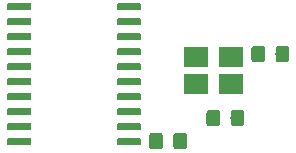
<source format=gbr>
G04 #@! TF.GenerationSoftware,KiCad,Pcbnew,5.1.2-f72e74a~84~ubuntu18.04.1*
G04 #@! TF.CreationDate,2019-06-19T15:11:19+07:00*
G04 #@! TF.ProjectId,serial_matrix_keyboard_shild,73657269-616c-45f6-9d61-747269785f6b,rev?*
G04 #@! TF.SameCoordinates,Original*
G04 #@! TF.FileFunction,Paste,Top*
G04 #@! TF.FilePolarity,Positive*
%FSLAX46Y46*%
G04 Gerber Fmt 4.6, Leading zero omitted, Abs format (unit mm)*
G04 Created by KiCad (PCBNEW 5.1.2-f72e74a~84~ubuntu18.04.1) date 2019-06-19 15:11:19*
%MOMM*%
%LPD*%
G04 APERTURE LIST*
%ADD10C,0.020000*%
%ADD11C,0.600000*%
%ADD12C,1.150000*%
%ADD13R,2.100000X1.800000*%
G04 APERTURE END LIST*
D10*
G36*
X208939703Y-101415722D02*
G01*
X208954264Y-101417882D01*
X208968543Y-101421459D01*
X208982403Y-101426418D01*
X208995710Y-101432712D01*
X209008336Y-101440280D01*
X209020159Y-101449048D01*
X209031066Y-101458934D01*
X209040952Y-101469841D01*
X209049720Y-101481664D01*
X209057288Y-101494290D01*
X209063582Y-101507597D01*
X209068541Y-101521457D01*
X209072118Y-101535736D01*
X209074278Y-101550297D01*
X209075000Y-101565000D01*
X209075000Y-101865000D01*
X209074278Y-101879703D01*
X209072118Y-101894264D01*
X209068541Y-101908543D01*
X209063582Y-101922403D01*
X209057288Y-101935710D01*
X209049720Y-101948336D01*
X209040952Y-101960159D01*
X209031066Y-101971066D01*
X209020159Y-101980952D01*
X209008336Y-101989720D01*
X208995710Y-101997288D01*
X208982403Y-102003582D01*
X208968543Y-102008541D01*
X208954264Y-102012118D01*
X208939703Y-102014278D01*
X208925000Y-102015000D01*
X207175000Y-102015000D01*
X207160297Y-102014278D01*
X207145736Y-102012118D01*
X207131457Y-102008541D01*
X207117597Y-102003582D01*
X207104290Y-101997288D01*
X207091664Y-101989720D01*
X207079841Y-101980952D01*
X207068934Y-101971066D01*
X207059048Y-101960159D01*
X207050280Y-101948336D01*
X207042712Y-101935710D01*
X207036418Y-101922403D01*
X207031459Y-101908543D01*
X207027882Y-101894264D01*
X207025722Y-101879703D01*
X207025000Y-101865000D01*
X207025000Y-101565000D01*
X207025722Y-101550297D01*
X207027882Y-101535736D01*
X207031459Y-101521457D01*
X207036418Y-101507597D01*
X207042712Y-101494290D01*
X207050280Y-101481664D01*
X207059048Y-101469841D01*
X207068934Y-101458934D01*
X207079841Y-101449048D01*
X207091664Y-101440280D01*
X207104290Y-101432712D01*
X207117597Y-101426418D01*
X207131457Y-101421459D01*
X207145736Y-101417882D01*
X207160297Y-101415722D01*
X207175000Y-101415000D01*
X208925000Y-101415000D01*
X208939703Y-101415722D01*
X208939703Y-101415722D01*
G37*
D11*
X208050000Y-101715000D03*
D10*
G36*
X208939703Y-100145722D02*
G01*
X208954264Y-100147882D01*
X208968543Y-100151459D01*
X208982403Y-100156418D01*
X208995710Y-100162712D01*
X209008336Y-100170280D01*
X209020159Y-100179048D01*
X209031066Y-100188934D01*
X209040952Y-100199841D01*
X209049720Y-100211664D01*
X209057288Y-100224290D01*
X209063582Y-100237597D01*
X209068541Y-100251457D01*
X209072118Y-100265736D01*
X209074278Y-100280297D01*
X209075000Y-100295000D01*
X209075000Y-100595000D01*
X209074278Y-100609703D01*
X209072118Y-100624264D01*
X209068541Y-100638543D01*
X209063582Y-100652403D01*
X209057288Y-100665710D01*
X209049720Y-100678336D01*
X209040952Y-100690159D01*
X209031066Y-100701066D01*
X209020159Y-100710952D01*
X209008336Y-100719720D01*
X208995710Y-100727288D01*
X208982403Y-100733582D01*
X208968543Y-100738541D01*
X208954264Y-100742118D01*
X208939703Y-100744278D01*
X208925000Y-100745000D01*
X207175000Y-100745000D01*
X207160297Y-100744278D01*
X207145736Y-100742118D01*
X207131457Y-100738541D01*
X207117597Y-100733582D01*
X207104290Y-100727288D01*
X207091664Y-100719720D01*
X207079841Y-100710952D01*
X207068934Y-100701066D01*
X207059048Y-100690159D01*
X207050280Y-100678336D01*
X207042712Y-100665710D01*
X207036418Y-100652403D01*
X207031459Y-100638543D01*
X207027882Y-100624264D01*
X207025722Y-100609703D01*
X207025000Y-100595000D01*
X207025000Y-100295000D01*
X207025722Y-100280297D01*
X207027882Y-100265736D01*
X207031459Y-100251457D01*
X207036418Y-100237597D01*
X207042712Y-100224290D01*
X207050280Y-100211664D01*
X207059048Y-100199841D01*
X207068934Y-100188934D01*
X207079841Y-100179048D01*
X207091664Y-100170280D01*
X207104290Y-100162712D01*
X207117597Y-100156418D01*
X207131457Y-100151459D01*
X207145736Y-100147882D01*
X207160297Y-100145722D01*
X207175000Y-100145000D01*
X208925000Y-100145000D01*
X208939703Y-100145722D01*
X208939703Y-100145722D01*
G37*
D11*
X208050000Y-100445000D03*
D10*
G36*
X208939703Y-98875722D02*
G01*
X208954264Y-98877882D01*
X208968543Y-98881459D01*
X208982403Y-98886418D01*
X208995710Y-98892712D01*
X209008336Y-98900280D01*
X209020159Y-98909048D01*
X209031066Y-98918934D01*
X209040952Y-98929841D01*
X209049720Y-98941664D01*
X209057288Y-98954290D01*
X209063582Y-98967597D01*
X209068541Y-98981457D01*
X209072118Y-98995736D01*
X209074278Y-99010297D01*
X209075000Y-99025000D01*
X209075000Y-99325000D01*
X209074278Y-99339703D01*
X209072118Y-99354264D01*
X209068541Y-99368543D01*
X209063582Y-99382403D01*
X209057288Y-99395710D01*
X209049720Y-99408336D01*
X209040952Y-99420159D01*
X209031066Y-99431066D01*
X209020159Y-99440952D01*
X209008336Y-99449720D01*
X208995710Y-99457288D01*
X208982403Y-99463582D01*
X208968543Y-99468541D01*
X208954264Y-99472118D01*
X208939703Y-99474278D01*
X208925000Y-99475000D01*
X207175000Y-99475000D01*
X207160297Y-99474278D01*
X207145736Y-99472118D01*
X207131457Y-99468541D01*
X207117597Y-99463582D01*
X207104290Y-99457288D01*
X207091664Y-99449720D01*
X207079841Y-99440952D01*
X207068934Y-99431066D01*
X207059048Y-99420159D01*
X207050280Y-99408336D01*
X207042712Y-99395710D01*
X207036418Y-99382403D01*
X207031459Y-99368543D01*
X207027882Y-99354264D01*
X207025722Y-99339703D01*
X207025000Y-99325000D01*
X207025000Y-99025000D01*
X207025722Y-99010297D01*
X207027882Y-98995736D01*
X207031459Y-98981457D01*
X207036418Y-98967597D01*
X207042712Y-98954290D01*
X207050280Y-98941664D01*
X207059048Y-98929841D01*
X207068934Y-98918934D01*
X207079841Y-98909048D01*
X207091664Y-98900280D01*
X207104290Y-98892712D01*
X207117597Y-98886418D01*
X207131457Y-98881459D01*
X207145736Y-98877882D01*
X207160297Y-98875722D01*
X207175000Y-98875000D01*
X208925000Y-98875000D01*
X208939703Y-98875722D01*
X208939703Y-98875722D01*
G37*
D11*
X208050000Y-99175000D03*
D10*
G36*
X208939703Y-97605722D02*
G01*
X208954264Y-97607882D01*
X208968543Y-97611459D01*
X208982403Y-97616418D01*
X208995710Y-97622712D01*
X209008336Y-97630280D01*
X209020159Y-97639048D01*
X209031066Y-97648934D01*
X209040952Y-97659841D01*
X209049720Y-97671664D01*
X209057288Y-97684290D01*
X209063582Y-97697597D01*
X209068541Y-97711457D01*
X209072118Y-97725736D01*
X209074278Y-97740297D01*
X209075000Y-97755000D01*
X209075000Y-98055000D01*
X209074278Y-98069703D01*
X209072118Y-98084264D01*
X209068541Y-98098543D01*
X209063582Y-98112403D01*
X209057288Y-98125710D01*
X209049720Y-98138336D01*
X209040952Y-98150159D01*
X209031066Y-98161066D01*
X209020159Y-98170952D01*
X209008336Y-98179720D01*
X208995710Y-98187288D01*
X208982403Y-98193582D01*
X208968543Y-98198541D01*
X208954264Y-98202118D01*
X208939703Y-98204278D01*
X208925000Y-98205000D01*
X207175000Y-98205000D01*
X207160297Y-98204278D01*
X207145736Y-98202118D01*
X207131457Y-98198541D01*
X207117597Y-98193582D01*
X207104290Y-98187288D01*
X207091664Y-98179720D01*
X207079841Y-98170952D01*
X207068934Y-98161066D01*
X207059048Y-98150159D01*
X207050280Y-98138336D01*
X207042712Y-98125710D01*
X207036418Y-98112403D01*
X207031459Y-98098543D01*
X207027882Y-98084264D01*
X207025722Y-98069703D01*
X207025000Y-98055000D01*
X207025000Y-97755000D01*
X207025722Y-97740297D01*
X207027882Y-97725736D01*
X207031459Y-97711457D01*
X207036418Y-97697597D01*
X207042712Y-97684290D01*
X207050280Y-97671664D01*
X207059048Y-97659841D01*
X207068934Y-97648934D01*
X207079841Y-97639048D01*
X207091664Y-97630280D01*
X207104290Y-97622712D01*
X207117597Y-97616418D01*
X207131457Y-97611459D01*
X207145736Y-97607882D01*
X207160297Y-97605722D01*
X207175000Y-97605000D01*
X208925000Y-97605000D01*
X208939703Y-97605722D01*
X208939703Y-97605722D01*
G37*
D11*
X208050000Y-97905000D03*
D10*
G36*
X208939703Y-96335722D02*
G01*
X208954264Y-96337882D01*
X208968543Y-96341459D01*
X208982403Y-96346418D01*
X208995710Y-96352712D01*
X209008336Y-96360280D01*
X209020159Y-96369048D01*
X209031066Y-96378934D01*
X209040952Y-96389841D01*
X209049720Y-96401664D01*
X209057288Y-96414290D01*
X209063582Y-96427597D01*
X209068541Y-96441457D01*
X209072118Y-96455736D01*
X209074278Y-96470297D01*
X209075000Y-96485000D01*
X209075000Y-96785000D01*
X209074278Y-96799703D01*
X209072118Y-96814264D01*
X209068541Y-96828543D01*
X209063582Y-96842403D01*
X209057288Y-96855710D01*
X209049720Y-96868336D01*
X209040952Y-96880159D01*
X209031066Y-96891066D01*
X209020159Y-96900952D01*
X209008336Y-96909720D01*
X208995710Y-96917288D01*
X208982403Y-96923582D01*
X208968543Y-96928541D01*
X208954264Y-96932118D01*
X208939703Y-96934278D01*
X208925000Y-96935000D01*
X207175000Y-96935000D01*
X207160297Y-96934278D01*
X207145736Y-96932118D01*
X207131457Y-96928541D01*
X207117597Y-96923582D01*
X207104290Y-96917288D01*
X207091664Y-96909720D01*
X207079841Y-96900952D01*
X207068934Y-96891066D01*
X207059048Y-96880159D01*
X207050280Y-96868336D01*
X207042712Y-96855710D01*
X207036418Y-96842403D01*
X207031459Y-96828543D01*
X207027882Y-96814264D01*
X207025722Y-96799703D01*
X207025000Y-96785000D01*
X207025000Y-96485000D01*
X207025722Y-96470297D01*
X207027882Y-96455736D01*
X207031459Y-96441457D01*
X207036418Y-96427597D01*
X207042712Y-96414290D01*
X207050280Y-96401664D01*
X207059048Y-96389841D01*
X207068934Y-96378934D01*
X207079841Y-96369048D01*
X207091664Y-96360280D01*
X207104290Y-96352712D01*
X207117597Y-96346418D01*
X207131457Y-96341459D01*
X207145736Y-96337882D01*
X207160297Y-96335722D01*
X207175000Y-96335000D01*
X208925000Y-96335000D01*
X208939703Y-96335722D01*
X208939703Y-96335722D01*
G37*
D11*
X208050000Y-96635000D03*
D10*
G36*
X208939703Y-95065722D02*
G01*
X208954264Y-95067882D01*
X208968543Y-95071459D01*
X208982403Y-95076418D01*
X208995710Y-95082712D01*
X209008336Y-95090280D01*
X209020159Y-95099048D01*
X209031066Y-95108934D01*
X209040952Y-95119841D01*
X209049720Y-95131664D01*
X209057288Y-95144290D01*
X209063582Y-95157597D01*
X209068541Y-95171457D01*
X209072118Y-95185736D01*
X209074278Y-95200297D01*
X209075000Y-95215000D01*
X209075000Y-95515000D01*
X209074278Y-95529703D01*
X209072118Y-95544264D01*
X209068541Y-95558543D01*
X209063582Y-95572403D01*
X209057288Y-95585710D01*
X209049720Y-95598336D01*
X209040952Y-95610159D01*
X209031066Y-95621066D01*
X209020159Y-95630952D01*
X209008336Y-95639720D01*
X208995710Y-95647288D01*
X208982403Y-95653582D01*
X208968543Y-95658541D01*
X208954264Y-95662118D01*
X208939703Y-95664278D01*
X208925000Y-95665000D01*
X207175000Y-95665000D01*
X207160297Y-95664278D01*
X207145736Y-95662118D01*
X207131457Y-95658541D01*
X207117597Y-95653582D01*
X207104290Y-95647288D01*
X207091664Y-95639720D01*
X207079841Y-95630952D01*
X207068934Y-95621066D01*
X207059048Y-95610159D01*
X207050280Y-95598336D01*
X207042712Y-95585710D01*
X207036418Y-95572403D01*
X207031459Y-95558543D01*
X207027882Y-95544264D01*
X207025722Y-95529703D01*
X207025000Y-95515000D01*
X207025000Y-95215000D01*
X207025722Y-95200297D01*
X207027882Y-95185736D01*
X207031459Y-95171457D01*
X207036418Y-95157597D01*
X207042712Y-95144290D01*
X207050280Y-95131664D01*
X207059048Y-95119841D01*
X207068934Y-95108934D01*
X207079841Y-95099048D01*
X207091664Y-95090280D01*
X207104290Y-95082712D01*
X207117597Y-95076418D01*
X207131457Y-95071459D01*
X207145736Y-95067882D01*
X207160297Y-95065722D01*
X207175000Y-95065000D01*
X208925000Y-95065000D01*
X208939703Y-95065722D01*
X208939703Y-95065722D01*
G37*
D11*
X208050000Y-95365000D03*
D10*
G36*
X208939703Y-93795722D02*
G01*
X208954264Y-93797882D01*
X208968543Y-93801459D01*
X208982403Y-93806418D01*
X208995710Y-93812712D01*
X209008336Y-93820280D01*
X209020159Y-93829048D01*
X209031066Y-93838934D01*
X209040952Y-93849841D01*
X209049720Y-93861664D01*
X209057288Y-93874290D01*
X209063582Y-93887597D01*
X209068541Y-93901457D01*
X209072118Y-93915736D01*
X209074278Y-93930297D01*
X209075000Y-93945000D01*
X209075000Y-94245000D01*
X209074278Y-94259703D01*
X209072118Y-94274264D01*
X209068541Y-94288543D01*
X209063582Y-94302403D01*
X209057288Y-94315710D01*
X209049720Y-94328336D01*
X209040952Y-94340159D01*
X209031066Y-94351066D01*
X209020159Y-94360952D01*
X209008336Y-94369720D01*
X208995710Y-94377288D01*
X208982403Y-94383582D01*
X208968543Y-94388541D01*
X208954264Y-94392118D01*
X208939703Y-94394278D01*
X208925000Y-94395000D01*
X207175000Y-94395000D01*
X207160297Y-94394278D01*
X207145736Y-94392118D01*
X207131457Y-94388541D01*
X207117597Y-94383582D01*
X207104290Y-94377288D01*
X207091664Y-94369720D01*
X207079841Y-94360952D01*
X207068934Y-94351066D01*
X207059048Y-94340159D01*
X207050280Y-94328336D01*
X207042712Y-94315710D01*
X207036418Y-94302403D01*
X207031459Y-94288543D01*
X207027882Y-94274264D01*
X207025722Y-94259703D01*
X207025000Y-94245000D01*
X207025000Y-93945000D01*
X207025722Y-93930297D01*
X207027882Y-93915736D01*
X207031459Y-93901457D01*
X207036418Y-93887597D01*
X207042712Y-93874290D01*
X207050280Y-93861664D01*
X207059048Y-93849841D01*
X207068934Y-93838934D01*
X207079841Y-93829048D01*
X207091664Y-93820280D01*
X207104290Y-93812712D01*
X207117597Y-93806418D01*
X207131457Y-93801459D01*
X207145736Y-93797882D01*
X207160297Y-93795722D01*
X207175000Y-93795000D01*
X208925000Y-93795000D01*
X208939703Y-93795722D01*
X208939703Y-93795722D01*
G37*
D11*
X208050000Y-94095000D03*
D10*
G36*
X208939703Y-92525722D02*
G01*
X208954264Y-92527882D01*
X208968543Y-92531459D01*
X208982403Y-92536418D01*
X208995710Y-92542712D01*
X209008336Y-92550280D01*
X209020159Y-92559048D01*
X209031066Y-92568934D01*
X209040952Y-92579841D01*
X209049720Y-92591664D01*
X209057288Y-92604290D01*
X209063582Y-92617597D01*
X209068541Y-92631457D01*
X209072118Y-92645736D01*
X209074278Y-92660297D01*
X209075000Y-92675000D01*
X209075000Y-92975000D01*
X209074278Y-92989703D01*
X209072118Y-93004264D01*
X209068541Y-93018543D01*
X209063582Y-93032403D01*
X209057288Y-93045710D01*
X209049720Y-93058336D01*
X209040952Y-93070159D01*
X209031066Y-93081066D01*
X209020159Y-93090952D01*
X209008336Y-93099720D01*
X208995710Y-93107288D01*
X208982403Y-93113582D01*
X208968543Y-93118541D01*
X208954264Y-93122118D01*
X208939703Y-93124278D01*
X208925000Y-93125000D01*
X207175000Y-93125000D01*
X207160297Y-93124278D01*
X207145736Y-93122118D01*
X207131457Y-93118541D01*
X207117597Y-93113582D01*
X207104290Y-93107288D01*
X207091664Y-93099720D01*
X207079841Y-93090952D01*
X207068934Y-93081066D01*
X207059048Y-93070159D01*
X207050280Y-93058336D01*
X207042712Y-93045710D01*
X207036418Y-93032403D01*
X207031459Y-93018543D01*
X207027882Y-93004264D01*
X207025722Y-92989703D01*
X207025000Y-92975000D01*
X207025000Y-92675000D01*
X207025722Y-92660297D01*
X207027882Y-92645736D01*
X207031459Y-92631457D01*
X207036418Y-92617597D01*
X207042712Y-92604290D01*
X207050280Y-92591664D01*
X207059048Y-92579841D01*
X207068934Y-92568934D01*
X207079841Y-92559048D01*
X207091664Y-92550280D01*
X207104290Y-92542712D01*
X207117597Y-92536418D01*
X207131457Y-92531459D01*
X207145736Y-92527882D01*
X207160297Y-92525722D01*
X207175000Y-92525000D01*
X208925000Y-92525000D01*
X208939703Y-92525722D01*
X208939703Y-92525722D01*
G37*
D11*
X208050000Y-92825000D03*
D10*
G36*
X208939703Y-91255722D02*
G01*
X208954264Y-91257882D01*
X208968543Y-91261459D01*
X208982403Y-91266418D01*
X208995710Y-91272712D01*
X209008336Y-91280280D01*
X209020159Y-91289048D01*
X209031066Y-91298934D01*
X209040952Y-91309841D01*
X209049720Y-91321664D01*
X209057288Y-91334290D01*
X209063582Y-91347597D01*
X209068541Y-91361457D01*
X209072118Y-91375736D01*
X209074278Y-91390297D01*
X209075000Y-91405000D01*
X209075000Y-91705000D01*
X209074278Y-91719703D01*
X209072118Y-91734264D01*
X209068541Y-91748543D01*
X209063582Y-91762403D01*
X209057288Y-91775710D01*
X209049720Y-91788336D01*
X209040952Y-91800159D01*
X209031066Y-91811066D01*
X209020159Y-91820952D01*
X209008336Y-91829720D01*
X208995710Y-91837288D01*
X208982403Y-91843582D01*
X208968543Y-91848541D01*
X208954264Y-91852118D01*
X208939703Y-91854278D01*
X208925000Y-91855000D01*
X207175000Y-91855000D01*
X207160297Y-91854278D01*
X207145736Y-91852118D01*
X207131457Y-91848541D01*
X207117597Y-91843582D01*
X207104290Y-91837288D01*
X207091664Y-91829720D01*
X207079841Y-91820952D01*
X207068934Y-91811066D01*
X207059048Y-91800159D01*
X207050280Y-91788336D01*
X207042712Y-91775710D01*
X207036418Y-91762403D01*
X207031459Y-91748543D01*
X207027882Y-91734264D01*
X207025722Y-91719703D01*
X207025000Y-91705000D01*
X207025000Y-91405000D01*
X207025722Y-91390297D01*
X207027882Y-91375736D01*
X207031459Y-91361457D01*
X207036418Y-91347597D01*
X207042712Y-91334290D01*
X207050280Y-91321664D01*
X207059048Y-91309841D01*
X207068934Y-91298934D01*
X207079841Y-91289048D01*
X207091664Y-91280280D01*
X207104290Y-91272712D01*
X207117597Y-91266418D01*
X207131457Y-91261459D01*
X207145736Y-91257882D01*
X207160297Y-91255722D01*
X207175000Y-91255000D01*
X208925000Y-91255000D01*
X208939703Y-91255722D01*
X208939703Y-91255722D01*
G37*
D11*
X208050000Y-91555000D03*
D10*
G36*
X208939703Y-89985722D02*
G01*
X208954264Y-89987882D01*
X208968543Y-89991459D01*
X208982403Y-89996418D01*
X208995710Y-90002712D01*
X209008336Y-90010280D01*
X209020159Y-90019048D01*
X209031066Y-90028934D01*
X209040952Y-90039841D01*
X209049720Y-90051664D01*
X209057288Y-90064290D01*
X209063582Y-90077597D01*
X209068541Y-90091457D01*
X209072118Y-90105736D01*
X209074278Y-90120297D01*
X209075000Y-90135000D01*
X209075000Y-90435000D01*
X209074278Y-90449703D01*
X209072118Y-90464264D01*
X209068541Y-90478543D01*
X209063582Y-90492403D01*
X209057288Y-90505710D01*
X209049720Y-90518336D01*
X209040952Y-90530159D01*
X209031066Y-90541066D01*
X209020159Y-90550952D01*
X209008336Y-90559720D01*
X208995710Y-90567288D01*
X208982403Y-90573582D01*
X208968543Y-90578541D01*
X208954264Y-90582118D01*
X208939703Y-90584278D01*
X208925000Y-90585000D01*
X207175000Y-90585000D01*
X207160297Y-90584278D01*
X207145736Y-90582118D01*
X207131457Y-90578541D01*
X207117597Y-90573582D01*
X207104290Y-90567288D01*
X207091664Y-90559720D01*
X207079841Y-90550952D01*
X207068934Y-90541066D01*
X207059048Y-90530159D01*
X207050280Y-90518336D01*
X207042712Y-90505710D01*
X207036418Y-90492403D01*
X207031459Y-90478543D01*
X207027882Y-90464264D01*
X207025722Y-90449703D01*
X207025000Y-90435000D01*
X207025000Y-90135000D01*
X207025722Y-90120297D01*
X207027882Y-90105736D01*
X207031459Y-90091457D01*
X207036418Y-90077597D01*
X207042712Y-90064290D01*
X207050280Y-90051664D01*
X207059048Y-90039841D01*
X207068934Y-90028934D01*
X207079841Y-90019048D01*
X207091664Y-90010280D01*
X207104290Y-90002712D01*
X207117597Y-89996418D01*
X207131457Y-89991459D01*
X207145736Y-89987882D01*
X207160297Y-89985722D01*
X207175000Y-89985000D01*
X208925000Y-89985000D01*
X208939703Y-89985722D01*
X208939703Y-89985722D01*
G37*
D11*
X208050000Y-90285000D03*
D10*
G36*
X199639703Y-89985722D02*
G01*
X199654264Y-89987882D01*
X199668543Y-89991459D01*
X199682403Y-89996418D01*
X199695710Y-90002712D01*
X199708336Y-90010280D01*
X199720159Y-90019048D01*
X199731066Y-90028934D01*
X199740952Y-90039841D01*
X199749720Y-90051664D01*
X199757288Y-90064290D01*
X199763582Y-90077597D01*
X199768541Y-90091457D01*
X199772118Y-90105736D01*
X199774278Y-90120297D01*
X199775000Y-90135000D01*
X199775000Y-90435000D01*
X199774278Y-90449703D01*
X199772118Y-90464264D01*
X199768541Y-90478543D01*
X199763582Y-90492403D01*
X199757288Y-90505710D01*
X199749720Y-90518336D01*
X199740952Y-90530159D01*
X199731066Y-90541066D01*
X199720159Y-90550952D01*
X199708336Y-90559720D01*
X199695710Y-90567288D01*
X199682403Y-90573582D01*
X199668543Y-90578541D01*
X199654264Y-90582118D01*
X199639703Y-90584278D01*
X199625000Y-90585000D01*
X197875000Y-90585000D01*
X197860297Y-90584278D01*
X197845736Y-90582118D01*
X197831457Y-90578541D01*
X197817597Y-90573582D01*
X197804290Y-90567288D01*
X197791664Y-90559720D01*
X197779841Y-90550952D01*
X197768934Y-90541066D01*
X197759048Y-90530159D01*
X197750280Y-90518336D01*
X197742712Y-90505710D01*
X197736418Y-90492403D01*
X197731459Y-90478543D01*
X197727882Y-90464264D01*
X197725722Y-90449703D01*
X197725000Y-90435000D01*
X197725000Y-90135000D01*
X197725722Y-90120297D01*
X197727882Y-90105736D01*
X197731459Y-90091457D01*
X197736418Y-90077597D01*
X197742712Y-90064290D01*
X197750280Y-90051664D01*
X197759048Y-90039841D01*
X197768934Y-90028934D01*
X197779841Y-90019048D01*
X197791664Y-90010280D01*
X197804290Y-90002712D01*
X197817597Y-89996418D01*
X197831457Y-89991459D01*
X197845736Y-89987882D01*
X197860297Y-89985722D01*
X197875000Y-89985000D01*
X199625000Y-89985000D01*
X199639703Y-89985722D01*
X199639703Y-89985722D01*
G37*
D11*
X198750000Y-90285000D03*
D10*
G36*
X199639703Y-91255722D02*
G01*
X199654264Y-91257882D01*
X199668543Y-91261459D01*
X199682403Y-91266418D01*
X199695710Y-91272712D01*
X199708336Y-91280280D01*
X199720159Y-91289048D01*
X199731066Y-91298934D01*
X199740952Y-91309841D01*
X199749720Y-91321664D01*
X199757288Y-91334290D01*
X199763582Y-91347597D01*
X199768541Y-91361457D01*
X199772118Y-91375736D01*
X199774278Y-91390297D01*
X199775000Y-91405000D01*
X199775000Y-91705000D01*
X199774278Y-91719703D01*
X199772118Y-91734264D01*
X199768541Y-91748543D01*
X199763582Y-91762403D01*
X199757288Y-91775710D01*
X199749720Y-91788336D01*
X199740952Y-91800159D01*
X199731066Y-91811066D01*
X199720159Y-91820952D01*
X199708336Y-91829720D01*
X199695710Y-91837288D01*
X199682403Y-91843582D01*
X199668543Y-91848541D01*
X199654264Y-91852118D01*
X199639703Y-91854278D01*
X199625000Y-91855000D01*
X197875000Y-91855000D01*
X197860297Y-91854278D01*
X197845736Y-91852118D01*
X197831457Y-91848541D01*
X197817597Y-91843582D01*
X197804290Y-91837288D01*
X197791664Y-91829720D01*
X197779841Y-91820952D01*
X197768934Y-91811066D01*
X197759048Y-91800159D01*
X197750280Y-91788336D01*
X197742712Y-91775710D01*
X197736418Y-91762403D01*
X197731459Y-91748543D01*
X197727882Y-91734264D01*
X197725722Y-91719703D01*
X197725000Y-91705000D01*
X197725000Y-91405000D01*
X197725722Y-91390297D01*
X197727882Y-91375736D01*
X197731459Y-91361457D01*
X197736418Y-91347597D01*
X197742712Y-91334290D01*
X197750280Y-91321664D01*
X197759048Y-91309841D01*
X197768934Y-91298934D01*
X197779841Y-91289048D01*
X197791664Y-91280280D01*
X197804290Y-91272712D01*
X197817597Y-91266418D01*
X197831457Y-91261459D01*
X197845736Y-91257882D01*
X197860297Y-91255722D01*
X197875000Y-91255000D01*
X199625000Y-91255000D01*
X199639703Y-91255722D01*
X199639703Y-91255722D01*
G37*
D11*
X198750000Y-91555000D03*
D10*
G36*
X199639703Y-92525722D02*
G01*
X199654264Y-92527882D01*
X199668543Y-92531459D01*
X199682403Y-92536418D01*
X199695710Y-92542712D01*
X199708336Y-92550280D01*
X199720159Y-92559048D01*
X199731066Y-92568934D01*
X199740952Y-92579841D01*
X199749720Y-92591664D01*
X199757288Y-92604290D01*
X199763582Y-92617597D01*
X199768541Y-92631457D01*
X199772118Y-92645736D01*
X199774278Y-92660297D01*
X199775000Y-92675000D01*
X199775000Y-92975000D01*
X199774278Y-92989703D01*
X199772118Y-93004264D01*
X199768541Y-93018543D01*
X199763582Y-93032403D01*
X199757288Y-93045710D01*
X199749720Y-93058336D01*
X199740952Y-93070159D01*
X199731066Y-93081066D01*
X199720159Y-93090952D01*
X199708336Y-93099720D01*
X199695710Y-93107288D01*
X199682403Y-93113582D01*
X199668543Y-93118541D01*
X199654264Y-93122118D01*
X199639703Y-93124278D01*
X199625000Y-93125000D01*
X197875000Y-93125000D01*
X197860297Y-93124278D01*
X197845736Y-93122118D01*
X197831457Y-93118541D01*
X197817597Y-93113582D01*
X197804290Y-93107288D01*
X197791664Y-93099720D01*
X197779841Y-93090952D01*
X197768934Y-93081066D01*
X197759048Y-93070159D01*
X197750280Y-93058336D01*
X197742712Y-93045710D01*
X197736418Y-93032403D01*
X197731459Y-93018543D01*
X197727882Y-93004264D01*
X197725722Y-92989703D01*
X197725000Y-92975000D01*
X197725000Y-92675000D01*
X197725722Y-92660297D01*
X197727882Y-92645736D01*
X197731459Y-92631457D01*
X197736418Y-92617597D01*
X197742712Y-92604290D01*
X197750280Y-92591664D01*
X197759048Y-92579841D01*
X197768934Y-92568934D01*
X197779841Y-92559048D01*
X197791664Y-92550280D01*
X197804290Y-92542712D01*
X197817597Y-92536418D01*
X197831457Y-92531459D01*
X197845736Y-92527882D01*
X197860297Y-92525722D01*
X197875000Y-92525000D01*
X199625000Y-92525000D01*
X199639703Y-92525722D01*
X199639703Y-92525722D01*
G37*
D11*
X198750000Y-92825000D03*
D10*
G36*
X199639703Y-93795722D02*
G01*
X199654264Y-93797882D01*
X199668543Y-93801459D01*
X199682403Y-93806418D01*
X199695710Y-93812712D01*
X199708336Y-93820280D01*
X199720159Y-93829048D01*
X199731066Y-93838934D01*
X199740952Y-93849841D01*
X199749720Y-93861664D01*
X199757288Y-93874290D01*
X199763582Y-93887597D01*
X199768541Y-93901457D01*
X199772118Y-93915736D01*
X199774278Y-93930297D01*
X199775000Y-93945000D01*
X199775000Y-94245000D01*
X199774278Y-94259703D01*
X199772118Y-94274264D01*
X199768541Y-94288543D01*
X199763582Y-94302403D01*
X199757288Y-94315710D01*
X199749720Y-94328336D01*
X199740952Y-94340159D01*
X199731066Y-94351066D01*
X199720159Y-94360952D01*
X199708336Y-94369720D01*
X199695710Y-94377288D01*
X199682403Y-94383582D01*
X199668543Y-94388541D01*
X199654264Y-94392118D01*
X199639703Y-94394278D01*
X199625000Y-94395000D01*
X197875000Y-94395000D01*
X197860297Y-94394278D01*
X197845736Y-94392118D01*
X197831457Y-94388541D01*
X197817597Y-94383582D01*
X197804290Y-94377288D01*
X197791664Y-94369720D01*
X197779841Y-94360952D01*
X197768934Y-94351066D01*
X197759048Y-94340159D01*
X197750280Y-94328336D01*
X197742712Y-94315710D01*
X197736418Y-94302403D01*
X197731459Y-94288543D01*
X197727882Y-94274264D01*
X197725722Y-94259703D01*
X197725000Y-94245000D01*
X197725000Y-93945000D01*
X197725722Y-93930297D01*
X197727882Y-93915736D01*
X197731459Y-93901457D01*
X197736418Y-93887597D01*
X197742712Y-93874290D01*
X197750280Y-93861664D01*
X197759048Y-93849841D01*
X197768934Y-93838934D01*
X197779841Y-93829048D01*
X197791664Y-93820280D01*
X197804290Y-93812712D01*
X197817597Y-93806418D01*
X197831457Y-93801459D01*
X197845736Y-93797882D01*
X197860297Y-93795722D01*
X197875000Y-93795000D01*
X199625000Y-93795000D01*
X199639703Y-93795722D01*
X199639703Y-93795722D01*
G37*
D11*
X198750000Y-94095000D03*
D10*
G36*
X199639703Y-95065722D02*
G01*
X199654264Y-95067882D01*
X199668543Y-95071459D01*
X199682403Y-95076418D01*
X199695710Y-95082712D01*
X199708336Y-95090280D01*
X199720159Y-95099048D01*
X199731066Y-95108934D01*
X199740952Y-95119841D01*
X199749720Y-95131664D01*
X199757288Y-95144290D01*
X199763582Y-95157597D01*
X199768541Y-95171457D01*
X199772118Y-95185736D01*
X199774278Y-95200297D01*
X199775000Y-95215000D01*
X199775000Y-95515000D01*
X199774278Y-95529703D01*
X199772118Y-95544264D01*
X199768541Y-95558543D01*
X199763582Y-95572403D01*
X199757288Y-95585710D01*
X199749720Y-95598336D01*
X199740952Y-95610159D01*
X199731066Y-95621066D01*
X199720159Y-95630952D01*
X199708336Y-95639720D01*
X199695710Y-95647288D01*
X199682403Y-95653582D01*
X199668543Y-95658541D01*
X199654264Y-95662118D01*
X199639703Y-95664278D01*
X199625000Y-95665000D01*
X197875000Y-95665000D01*
X197860297Y-95664278D01*
X197845736Y-95662118D01*
X197831457Y-95658541D01*
X197817597Y-95653582D01*
X197804290Y-95647288D01*
X197791664Y-95639720D01*
X197779841Y-95630952D01*
X197768934Y-95621066D01*
X197759048Y-95610159D01*
X197750280Y-95598336D01*
X197742712Y-95585710D01*
X197736418Y-95572403D01*
X197731459Y-95558543D01*
X197727882Y-95544264D01*
X197725722Y-95529703D01*
X197725000Y-95515000D01*
X197725000Y-95215000D01*
X197725722Y-95200297D01*
X197727882Y-95185736D01*
X197731459Y-95171457D01*
X197736418Y-95157597D01*
X197742712Y-95144290D01*
X197750280Y-95131664D01*
X197759048Y-95119841D01*
X197768934Y-95108934D01*
X197779841Y-95099048D01*
X197791664Y-95090280D01*
X197804290Y-95082712D01*
X197817597Y-95076418D01*
X197831457Y-95071459D01*
X197845736Y-95067882D01*
X197860297Y-95065722D01*
X197875000Y-95065000D01*
X199625000Y-95065000D01*
X199639703Y-95065722D01*
X199639703Y-95065722D01*
G37*
D11*
X198750000Y-95365000D03*
D10*
G36*
X199639703Y-96335722D02*
G01*
X199654264Y-96337882D01*
X199668543Y-96341459D01*
X199682403Y-96346418D01*
X199695710Y-96352712D01*
X199708336Y-96360280D01*
X199720159Y-96369048D01*
X199731066Y-96378934D01*
X199740952Y-96389841D01*
X199749720Y-96401664D01*
X199757288Y-96414290D01*
X199763582Y-96427597D01*
X199768541Y-96441457D01*
X199772118Y-96455736D01*
X199774278Y-96470297D01*
X199775000Y-96485000D01*
X199775000Y-96785000D01*
X199774278Y-96799703D01*
X199772118Y-96814264D01*
X199768541Y-96828543D01*
X199763582Y-96842403D01*
X199757288Y-96855710D01*
X199749720Y-96868336D01*
X199740952Y-96880159D01*
X199731066Y-96891066D01*
X199720159Y-96900952D01*
X199708336Y-96909720D01*
X199695710Y-96917288D01*
X199682403Y-96923582D01*
X199668543Y-96928541D01*
X199654264Y-96932118D01*
X199639703Y-96934278D01*
X199625000Y-96935000D01*
X197875000Y-96935000D01*
X197860297Y-96934278D01*
X197845736Y-96932118D01*
X197831457Y-96928541D01*
X197817597Y-96923582D01*
X197804290Y-96917288D01*
X197791664Y-96909720D01*
X197779841Y-96900952D01*
X197768934Y-96891066D01*
X197759048Y-96880159D01*
X197750280Y-96868336D01*
X197742712Y-96855710D01*
X197736418Y-96842403D01*
X197731459Y-96828543D01*
X197727882Y-96814264D01*
X197725722Y-96799703D01*
X197725000Y-96785000D01*
X197725000Y-96485000D01*
X197725722Y-96470297D01*
X197727882Y-96455736D01*
X197731459Y-96441457D01*
X197736418Y-96427597D01*
X197742712Y-96414290D01*
X197750280Y-96401664D01*
X197759048Y-96389841D01*
X197768934Y-96378934D01*
X197779841Y-96369048D01*
X197791664Y-96360280D01*
X197804290Y-96352712D01*
X197817597Y-96346418D01*
X197831457Y-96341459D01*
X197845736Y-96337882D01*
X197860297Y-96335722D01*
X197875000Y-96335000D01*
X199625000Y-96335000D01*
X199639703Y-96335722D01*
X199639703Y-96335722D01*
G37*
D11*
X198750000Y-96635000D03*
D10*
G36*
X199639703Y-97605722D02*
G01*
X199654264Y-97607882D01*
X199668543Y-97611459D01*
X199682403Y-97616418D01*
X199695710Y-97622712D01*
X199708336Y-97630280D01*
X199720159Y-97639048D01*
X199731066Y-97648934D01*
X199740952Y-97659841D01*
X199749720Y-97671664D01*
X199757288Y-97684290D01*
X199763582Y-97697597D01*
X199768541Y-97711457D01*
X199772118Y-97725736D01*
X199774278Y-97740297D01*
X199775000Y-97755000D01*
X199775000Y-98055000D01*
X199774278Y-98069703D01*
X199772118Y-98084264D01*
X199768541Y-98098543D01*
X199763582Y-98112403D01*
X199757288Y-98125710D01*
X199749720Y-98138336D01*
X199740952Y-98150159D01*
X199731066Y-98161066D01*
X199720159Y-98170952D01*
X199708336Y-98179720D01*
X199695710Y-98187288D01*
X199682403Y-98193582D01*
X199668543Y-98198541D01*
X199654264Y-98202118D01*
X199639703Y-98204278D01*
X199625000Y-98205000D01*
X197875000Y-98205000D01*
X197860297Y-98204278D01*
X197845736Y-98202118D01*
X197831457Y-98198541D01*
X197817597Y-98193582D01*
X197804290Y-98187288D01*
X197791664Y-98179720D01*
X197779841Y-98170952D01*
X197768934Y-98161066D01*
X197759048Y-98150159D01*
X197750280Y-98138336D01*
X197742712Y-98125710D01*
X197736418Y-98112403D01*
X197731459Y-98098543D01*
X197727882Y-98084264D01*
X197725722Y-98069703D01*
X197725000Y-98055000D01*
X197725000Y-97755000D01*
X197725722Y-97740297D01*
X197727882Y-97725736D01*
X197731459Y-97711457D01*
X197736418Y-97697597D01*
X197742712Y-97684290D01*
X197750280Y-97671664D01*
X197759048Y-97659841D01*
X197768934Y-97648934D01*
X197779841Y-97639048D01*
X197791664Y-97630280D01*
X197804290Y-97622712D01*
X197817597Y-97616418D01*
X197831457Y-97611459D01*
X197845736Y-97607882D01*
X197860297Y-97605722D01*
X197875000Y-97605000D01*
X199625000Y-97605000D01*
X199639703Y-97605722D01*
X199639703Y-97605722D01*
G37*
D11*
X198750000Y-97905000D03*
D10*
G36*
X199639703Y-98875722D02*
G01*
X199654264Y-98877882D01*
X199668543Y-98881459D01*
X199682403Y-98886418D01*
X199695710Y-98892712D01*
X199708336Y-98900280D01*
X199720159Y-98909048D01*
X199731066Y-98918934D01*
X199740952Y-98929841D01*
X199749720Y-98941664D01*
X199757288Y-98954290D01*
X199763582Y-98967597D01*
X199768541Y-98981457D01*
X199772118Y-98995736D01*
X199774278Y-99010297D01*
X199775000Y-99025000D01*
X199775000Y-99325000D01*
X199774278Y-99339703D01*
X199772118Y-99354264D01*
X199768541Y-99368543D01*
X199763582Y-99382403D01*
X199757288Y-99395710D01*
X199749720Y-99408336D01*
X199740952Y-99420159D01*
X199731066Y-99431066D01*
X199720159Y-99440952D01*
X199708336Y-99449720D01*
X199695710Y-99457288D01*
X199682403Y-99463582D01*
X199668543Y-99468541D01*
X199654264Y-99472118D01*
X199639703Y-99474278D01*
X199625000Y-99475000D01*
X197875000Y-99475000D01*
X197860297Y-99474278D01*
X197845736Y-99472118D01*
X197831457Y-99468541D01*
X197817597Y-99463582D01*
X197804290Y-99457288D01*
X197791664Y-99449720D01*
X197779841Y-99440952D01*
X197768934Y-99431066D01*
X197759048Y-99420159D01*
X197750280Y-99408336D01*
X197742712Y-99395710D01*
X197736418Y-99382403D01*
X197731459Y-99368543D01*
X197727882Y-99354264D01*
X197725722Y-99339703D01*
X197725000Y-99325000D01*
X197725000Y-99025000D01*
X197725722Y-99010297D01*
X197727882Y-98995736D01*
X197731459Y-98981457D01*
X197736418Y-98967597D01*
X197742712Y-98954290D01*
X197750280Y-98941664D01*
X197759048Y-98929841D01*
X197768934Y-98918934D01*
X197779841Y-98909048D01*
X197791664Y-98900280D01*
X197804290Y-98892712D01*
X197817597Y-98886418D01*
X197831457Y-98881459D01*
X197845736Y-98877882D01*
X197860297Y-98875722D01*
X197875000Y-98875000D01*
X199625000Y-98875000D01*
X199639703Y-98875722D01*
X199639703Y-98875722D01*
G37*
D11*
X198750000Y-99175000D03*
D10*
G36*
X199639703Y-100145722D02*
G01*
X199654264Y-100147882D01*
X199668543Y-100151459D01*
X199682403Y-100156418D01*
X199695710Y-100162712D01*
X199708336Y-100170280D01*
X199720159Y-100179048D01*
X199731066Y-100188934D01*
X199740952Y-100199841D01*
X199749720Y-100211664D01*
X199757288Y-100224290D01*
X199763582Y-100237597D01*
X199768541Y-100251457D01*
X199772118Y-100265736D01*
X199774278Y-100280297D01*
X199775000Y-100295000D01*
X199775000Y-100595000D01*
X199774278Y-100609703D01*
X199772118Y-100624264D01*
X199768541Y-100638543D01*
X199763582Y-100652403D01*
X199757288Y-100665710D01*
X199749720Y-100678336D01*
X199740952Y-100690159D01*
X199731066Y-100701066D01*
X199720159Y-100710952D01*
X199708336Y-100719720D01*
X199695710Y-100727288D01*
X199682403Y-100733582D01*
X199668543Y-100738541D01*
X199654264Y-100742118D01*
X199639703Y-100744278D01*
X199625000Y-100745000D01*
X197875000Y-100745000D01*
X197860297Y-100744278D01*
X197845736Y-100742118D01*
X197831457Y-100738541D01*
X197817597Y-100733582D01*
X197804290Y-100727288D01*
X197791664Y-100719720D01*
X197779841Y-100710952D01*
X197768934Y-100701066D01*
X197759048Y-100690159D01*
X197750280Y-100678336D01*
X197742712Y-100665710D01*
X197736418Y-100652403D01*
X197731459Y-100638543D01*
X197727882Y-100624264D01*
X197725722Y-100609703D01*
X197725000Y-100595000D01*
X197725000Y-100295000D01*
X197725722Y-100280297D01*
X197727882Y-100265736D01*
X197731459Y-100251457D01*
X197736418Y-100237597D01*
X197742712Y-100224290D01*
X197750280Y-100211664D01*
X197759048Y-100199841D01*
X197768934Y-100188934D01*
X197779841Y-100179048D01*
X197791664Y-100170280D01*
X197804290Y-100162712D01*
X197817597Y-100156418D01*
X197831457Y-100151459D01*
X197845736Y-100147882D01*
X197860297Y-100145722D01*
X197875000Y-100145000D01*
X199625000Y-100145000D01*
X199639703Y-100145722D01*
X199639703Y-100145722D01*
G37*
D11*
X198750000Y-100445000D03*
D10*
G36*
X199639703Y-101415722D02*
G01*
X199654264Y-101417882D01*
X199668543Y-101421459D01*
X199682403Y-101426418D01*
X199695710Y-101432712D01*
X199708336Y-101440280D01*
X199720159Y-101449048D01*
X199731066Y-101458934D01*
X199740952Y-101469841D01*
X199749720Y-101481664D01*
X199757288Y-101494290D01*
X199763582Y-101507597D01*
X199768541Y-101521457D01*
X199772118Y-101535736D01*
X199774278Y-101550297D01*
X199775000Y-101565000D01*
X199775000Y-101865000D01*
X199774278Y-101879703D01*
X199772118Y-101894264D01*
X199768541Y-101908543D01*
X199763582Y-101922403D01*
X199757288Y-101935710D01*
X199749720Y-101948336D01*
X199740952Y-101960159D01*
X199731066Y-101971066D01*
X199720159Y-101980952D01*
X199708336Y-101989720D01*
X199695710Y-101997288D01*
X199682403Y-102003582D01*
X199668543Y-102008541D01*
X199654264Y-102012118D01*
X199639703Y-102014278D01*
X199625000Y-102015000D01*
X197875000Y-102015000D01*
X197860297Y-102014278D01*
X197845736Y-102012118D01*
X197831457Y-102008541D01*
X197817597Y-102003582D01*
X197804290Y-101997288D01*
X197791664Y-101989720D01*
X197779841Y-101980952D01*
X197768934Y-101971066D01*
X197759048Y-101960159D01*
X197750280Y-101948336D01*
X197742712Y-101935710D01*
X197736418Y-101922403D01*
X197731459Y-101908543D01*
X197727882Y-101894264D01*
X197725722Y-101879703D01*
X197725000Y-101865000D01*
X197725000Y-101565000D01*
X197725722Y-101550297D01*
X197727882Y-101535736D01*
X197731459Y-101521457D01*
X197736418Y-101507597D01*
X197742712Y-101494290D01*
X197750280Y-101481664D01*
X197759048Y-101469841D01*
X197768934Y-101458934D01*
X197779841Y-101449048D01*
X197791664Y-101440280D01*
X197804290Y-101432712D01*
X197817597Y-101426418D01*
X197831457Y-101421459D01*
X197845736Y-101417882D01*
X197860297Y-101415722D01*
X197875000Y-101415000D01*
X199625000Y-101415000D01*
X199639703Y-101415722D01*
X199639703Y-101415722D01*
G37*
D11*
X198750000Y-101715000D03*
D10*
G36*
X212724505Y-100951204D02*
G01*
X212748773Y-100954804D01*
X212772572Y-100960765D01*
X212795671Y-100969030D01*
X212817850Y-100979520D01*
X212838893Y-100992132D01*
X212858599Y-101006747D01*
X212876777Y-101023223D01*
X212893253Y-101041401D01*
X212907868Y-101061107D01*
X212920480Y-101082150D01*
X212930970Y-101104329D01*
X212939235Y-101127428D01*
X212945196Y-101151227D01*
X212948796Y-101175495D01*
X212950000Y-101199999D01*
X212950000Y-102100001D01*
X212948796Y-102124505D01*
X212945196Y-102148773D01*
X212939235Y-102172572D01*
X212930970Y-102195671D01*
X212920480Y-102217850D01*
X212907868Y-102238893D01*
X212893253Y-102258599D01*
X212876777Y-102276777D01*
X212858599Y-102293253D01*
X212838893Y-102307868D01*
X212817850Y-102320480D01*
X212795671Y-102330970D01*
X212772572Y-102339235D01*
X212748773Y-102345196D01*
X212724505Y-102348796D01*
X212700001Y-102350000D01*
X212049999Y-102350000D01*
X212025495Y-102348796D01*
X212001227Y-102345196D01*
X211977428Y-102339235D01*
X211954329Y-102330970D01*
X211932150Y-102320480D01*
X211911107Y-102307868D01*
X211891401Y-102293253D01*
X211873223Y-102276777D01*
X211856747Y-102258599D01*
X211842132Y-102238893D01*
X211829520Y-102217850D01*
X211819030Y-102195671D01*
X211810765Y-102172572D01*
X211804804Y-102148773D01*
X211801204Y-102124505D01*
X211800000Y-102100001D01*
X211800000Y-101199999D01*
X211801204Y-101175495D01*
X211804804Y-101151227D01*
X211810765Y-101127428D01*
X211819030Y-101104329D01*
X211829520Y-101082150D01*
X211842132Y-101061107D01*
X211856747Y-101041401D01*
X211873223Y-101023223D01*
X211891401Y-101006747D01*
X211911107Y-100992132D01*
X211932150Y-100979520D01*
X211954329Y-100969030D01*
X211977428Y-100960765D01*
X212001227Y-100954804D01*
X212025495Y-100951204D01*
X212049999Y-100950000D01*
X212700001Y-100950000D01*
X212724505Y-100951204D01*
X212724505Y-100951204D01*
G37*
D12*
X212375000Y-101650000D03*
D10*
G36*
X210674505Y-100951204D02*
G01*
X210698773Y-100954804D01*
X210722572Y-100960765D01*
X210745671Y-100969030D01*
X210767850Y-100979520D01*
X210788893Y-100992132D01*
X210808599Y-101006747D01*
X210826777Y-101023223D01*
X210843253Y-101041401D01*
X210857868Y-101061107D01*
X210870480Y-101082150D01*
X210880970Y-101104329D01*
X210889235Y-101127428D01*
X210895196Y-101151227D01*
X210898796Y-101175495D01*
X210900000Y-101199999D01*
X210900000Y-102100001D01*
X210898796Y-102124505D01*
X210895196Y-102148773D01*
X210889235Y-102172572D01*
X210880970Y-102195671D01*
X210870480Y-102217850D01*
X210857868Y-102238893D01*
X210843253Y-102258599D01*
X210826777Y-102276777D01*
X210808599Y-102293253D01*
X210788893Y-102307868D01*
X210767850Y-102320480D01*
X210745671Y-102330970D01*
X210722572Y-102339235D01*
X210698773Y-102345196D01*
X210674505Y-102348796D01*
X210650001Y-102350000D01*
X209999999Y-102350000D01*
X209975495Y-102348796D01*
X209951227Y-102345196D01*
X209927428Y-102339235D01*
X209904329Y-102330970D01*
X209882150Y-102320480D01*
X209861107Y-102307868D01*
X209841401Y-102293253D01*
X209823223Y-102276777D01*
X209806747Y-102258599D01*
X209792132Y-102238893D01*
X209779520Y-102217850D01*
X209769030Y-102195671D01*
X209760765Y-102172572D01*
X209754804Y-102148773D01*
X209751204Y-102124505D01*
X209750000Y-102100001D01*
X209750000Y-101199999D01*
X209751204Y-101175495D01*
X209754804Y-101151227D01*
X209760765Y-101127428D01*
X209769030Y-101104329D01*
X209779520Y-101082150D01*
X209792132Y-101061107D01*
X209806747Y-101041401D01*
X209823223Y-101023223D01*
X209841401Y-101006747D01*
X209861107Y-100992132D01*
X209882150Y-100979520D01*
X209904329Y-100969030D01*
X209927428Y-100960765D01*
X209951227Y-100954804D01*
X209975495Y-100951204D01*
X209999999Y-100950000D01*
X210650001Y-100950000D01*
X210674505Y-100951204D01*
X210674505Y-100951204D01*
G37*
D12*
X210325000Y-101650000D03*
D10*
G36*
X219324505Y-93601204D02*
G01*
X219348773Y-93604804D01*
X219372572Y-93610765D01*
X219395671Y-93619030D01*
X219417850Y-93629520D01*
X219438893Y-93642132D01*
X219458599Y-93656747D01*
X219476777Y-93673223D01*
X219493253Y-93691401D01*
X219507868Y-93711107D01*
X219520480Y-93732150D01*
X219530970Y-93754329D01*
X219539235Y-93777428D01*
X219545196Y-93801227D01*
X219548796Y-93825495D01*
X219550000Y-93849999D01*
X219550000Y-94750001D01*
X219548796Y-94774505D01*
X219545196Y-94798773D01*
X219539235Y-94822572D01*
X219530970Y-94845671D01*
X219520480Y-94867850D01*
X219507868Y-94888893D01*
X219493253Y-94908599D01*
X219476777Y-94926777D01*
X219458599Y-94943253D01*
X219438893Y-94957868D01*
X219417850Y-94970480D01*
X219395671Y-94980970D01*
X219372572Y-94989235D01*
X219348773Y-94995196D01*
X219324505Y-94998796D01*
X219300001Y-95000000D01*
X218649999Y-95000000D01*
X218625495Y-94998796D01*
X218601227Y-94995196D01*
X218577428Y-94989235D01*
X218554329Y-94980970D01*
X218532150Y-94970480D01*
X218511107Y-94957868D01*
X218491401Y-94943253D01*
X218473223Y-94926777D01*
X218456747Y-94908599D01*
X218442132Y-94888893D01*
X218429520Y-94867850D01*
X218419030Y-94845671D01*
X218410765Y-94822572D01*
X218404804Y-94798773D01*
X218401204Y-94774505D01*
X218400000Y-94750001D01*
X218400000Y-93849999D01*
X218401204Y-93825495D01*
X218404804Y-93801227D01*
X218410765Y-93777428D01*
X218419030Y-93754329D01*
X218429520Y-93732150D01*
X218442132Y-93711107D01*
X218456747Y-93691401D01*
X218473223Y-93673223D01*
X218491401Y-93656747D01*
X218511107Y-93642132D01*
X218532150Y-93629520D01*
X218554329Y-93619030D01*
X218577428Y-93610765D01*
X218601227Y-93604804D01*
X218625495Y-93601204D01*
X218649999Y-93600000D01*
X219300001Y-93600000D01*
X219324505Y-93601204D01*
X219324505Y-93601204D01*
G37*
D12*
X218975000Y-94300000D03*
D10*
G36*
X221374505Y-93601204D02*
G01*
X221398773Y-93604804D01*
X221422572Y-93610765D01*
X221445671Y-93619030D01*
X221467850Y-93629520D01*
X221488893Y-93642132D01*
X221508599Y-93656747D01*
X221526777Y-93673223D01*
X221543253Y-93691401D01*
X221557868Y-93711107D01*
X221570480Y-93732150D01*
X221580970Y-93754329D01*
X221589235Y-93777428D01*
X221595196Y-93801227D01*
X221598796Y-93825495D01*
X221600000Y-93849999D01*
X221600000Y-94750001D01*
X221598796Y-94774505D01*
X221595196Y-94798773D01*
X221589235Y-94822572D01*
X221580970Y-94845671D01*
X221570480Y-94867850D01*
X221557868Y-94888893D01*
X221543253Y-94908599D01*
X221526777Y-94926777D01*
X221508599Y-94943253D01*
X221488893Y-94957868D01*
X221467850Y-94970480D01*
X221445671Y-94980970D01*
X221422572Y-94989235D01*
X221398773Y-94995196D01*
X221374505Y-94998796D01*
X221350001Y-95000000D01*
X220699999Y-95000000D01*
X220675495Y-94998796D01*
X220651227Y-94995196D01*
X220627428Y-94989235D01*
X220604329Y-94980970D01*
X220582150Y-94970480D01*
X220561107Y-94957868D01*
X220541401Y-94943253D01*
X220523223Y-94926777D01*
X220506747Y-94908599D01*
X220492132Y-94888893D01*
X220479520Y-94867850D01*
X220469030Y-94845671D01*
X220460765Y-94822572D01*
X220454804Y-94798773D01*
X220451204Y-94774505D01*
X220450000Y-94750001D01*
X220450000Y-93849999D01*
X220451204Y-93825495D01*
X220454804Y-93801227D01*
X220460765Y-93777428D01*
X220469030Y-93754329D01*
X220479520Y-93732150D01*
X220492132Y-93711107D01*
X220506747Y-93691401D01*
X220523223Y-93673223D01*
X220541401Y-93656747D01*
X220561107Y-93642132D01*
X220582150Y-93629520D01*
X220604329Y-93619030D01*
X220627428Y-93610765D01*
X220651227Y-93604804D01*
X220675495Y-93601204D01*
X220699999Y-93600000D01*
X221350001Y-93600000D01*
X221374505Y-93601204D01*
X221374505Y-93601204D01*
G37*
D12*
X221025000Y-94300000D03*
D10*
G36*
X217574505Y-99001204D02*
G01*
X217598773Y-99004804D01*
X217622572Y-99010765D01*
X217645671Y-99019030D01*
X217667850Y-99029520D01*
X217688893Y-99042132D01*
X217708599Y-99056747D01*
X217726777Y-99073223D01*
X217743253Y-99091401D01*
X217757868Y-99111107D01*
X217770480Y-99132150D01*
X217780970Y-99154329D01*
X217789235Y-99177428D01*
X217795196Y-99201227D01*
X217798796Y-99225495D01*
X217800000Y-99249999D01*
X217800000Y-100150001D01*
X217798796Y-100174505D01*
X217795196Y-100198773D01*
X217789235Y-100222572D01*
X217780970Y-100245671D01*
X217770480Y-100267850D01*
X217757868Y-100288893D01*
X217743253Y-100308599D01*
X217726777Y-100326777D01*
X217708599Y-100343253D01*
X217688893Y-100357868D01*
X217667850Y-100370480D01*
X217645671Y-100380970D01*
X217622572Y-100389235D01*
X217598773Y-100395196D01*
X217574505Y-100398796D01*
X217550001Y-100400000D01*
X216899999Y-100400000D01*
X216875495Y-100398796D01*
X216851227Y-100395196D01*
X216827428Y-100389235D01*
X216804329Y-100380970D01*
X216782150Y-100370480D01*
X216761107Y-100357868D01*
X216741401Y-100343253D01*
X216723223Y-100326777D01*
X216706747Y-100308599D01*
X216692132Y-100288893D01*
X216679520Y-100267850D01*
X216669030Y-100245671D01*
X216660765Y-100222572D01*
X216654804Y-100198773D01*
X216651204Y-100174505D01*
X216650000Y-100150001D01*
X216650000Y-99249999D01*
X216651204Y-99225495D01*
X216654804Y-99201227D01*
X216660765Y-99177428D01*
X216669030Y-99154329D01*
X216679520Y-99132150D01*
X216692132Y-99111107D01*
X216706747Y-99091401D01*
X216723223Y-99073223D01*
X216741401Y-99056747D01*
X216761107Y-99042132D01*
X216782150Y-99029520D01*
X216804329Y-99019030D01*
X216827428Y-99010765D01*
X216851227Y-99004804D01*
X216875495Y-99001204D01*
X216899999Y-99000000D01*
X217550001Y-99000000D01*
X217574505Y-99001204D01*
X217574505Y-99001204D01*
G37*
D12*
X217225000Y-99700000D03*
D10*
G36*
X215524505Y-99001204D02*
G01*
X215548773Y-99004804D01*
X215572572Y-99010765D01*
X215595671Y-99019030D01*
X215617850Y-99029520D01*
X215638893Y-99042132D01*
X215658599Y-99056747D01*
X215676777Y-99073223D01*
X215693253Y-99091401D01*
X215707868Y-99111107D01*
X215720480Y-99132150D01*
X215730970Y-99154329D01*
X215739235Y-99177428D01*
X215745196Y-99201227D01*
X215748796Y-99225495D01*
X215750000Y-99249999D01*
X215750000Y-100150001D01*
X215748796Y-100174505D01*
X215745196Y-100198773D01*
X215739235Y-100222572D01*
X215730970Y-100245671D01*
X215720480Y-100267850D01*
X215707868Y-100288893D01*
X215693253Y-100308599D01*
X215676777Y-100326777D01*
X215658599Y-100343253D01*
X215638893Y-100357868D01*
X215617850Y-100370480D01*
X215595671Y-100380970D01*
X215572572Y-100389235D01*
X215548773Y-100395196D01*
X215524505Y-100398796D01*
X215500001Y-100400000D01*
X214849999Y-100400000D01*
X214825495Y-100398796D01*
X214801227Y-100395196D01*
X214777428Y-100389235D01*
X214754329Y-100380970D01*
X214732150Y-100370480D01*
X214711107Y-100357868D01*
X214691401Y-100343253D01*
X214673223Y-100326777D01*
X214656747Y-100308599D01*
X214642132Y-100288893D01*
X214629520Y-100267850D01*
X214619030Y-100245671D01*
X214610765Y-100222572D01*
X214604804Y-100198773D01*
X214601204Y-100174505D01*
X214600000Y-100150001D01*
X214600000Y-99249999D01*
X214601204Y-99225495D01*
X214604804Y-99201227D01*
X214610765Y-99177428D01*
X214619030Y-99154329D01*
X214629520Y-99132150D01*
X214642132Y-99111107D01*
X214656747Y-99091401D01*
X214673223Y-99073223D01*
X214691401Y-99056747D01*
X214711107Y-99042132D01*
X214732150Y-99029520D01*
X214754329Y-99019030D01*
X214777428Y-99010765D01*
X214801227Y-99004804D01*
X214825495Y-99001204D01*
X214849999Y-99000000D01*
X215500001Y-99000000D01*
X215524505Y-99001204D01*
X215524505Y-99001204D01*
G37*
D12*
X215175000Y-99700000D03*
D13*
X216650000Y-94550000D03*
X213750000Y-94550000D03*
X213750000Y-96850000D03*
X216650000Y-96850000D03*
M02*

</source>
